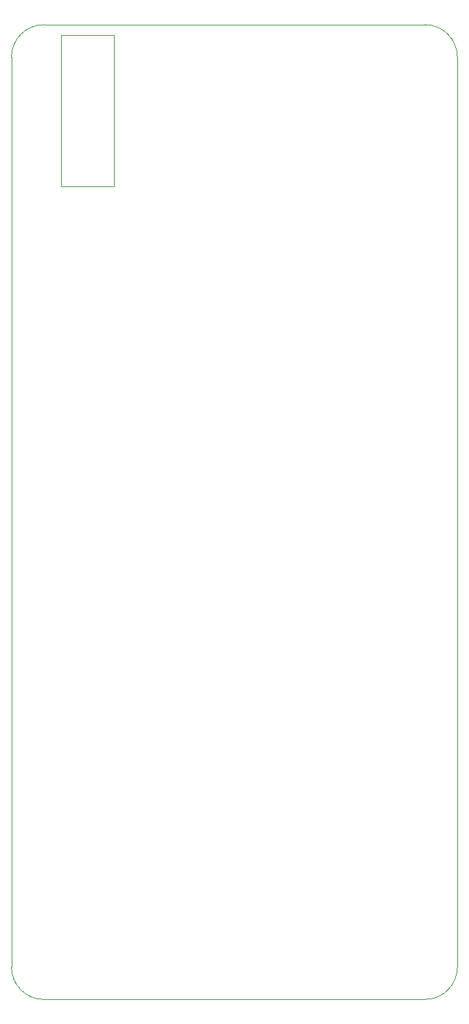
<source format=gbr>
%TF.GenerationSoftware,KiCad,Pcbnew,8.0.4*%
%TF.CreationDate,2024-09-12T18:41:14+02:00*%
%TF.ProjectId,BitForgeNano,42697446-6f72-4676-954e-616e6f2e6b69,rev?*%
%TF.SameCoordinates,Original*%
%TF.FileFunction,Profile,NP*%
%FSLAX46Y46*%
G04 Gerber Fmt 4.6, Leading zero omitted, Abs format (unit mm)*
G04 Created by KiCad (PCBNEW 8.0.4) date 2024-09-12 18:41:14*
%MOMM*%
%LPD*%
G01*
G04 APERTURE LIST*
%TA.AperFunction,Profile*%
%ADD10C,0.050000*%
%TD*%
G04 APERTURE END LIST*
D10*
X49000000Y-166000000D02*
G75*
G02*
X45000000Y-162000000I0J4000000D01*
G01*
X45000010Y-162000019D02*
X45000000Y-50000000D01*
X51100000Y-65900000D02*
X51100000Y-47250000D01*
X100000000Y-50000013D02*
X100000000Y-162000011D01*
X100000000Y-162000000D02*
G75*
G02*
X96000000Y-166000000I-4000060J60D01*
G01*
X96000003Y-46000021D02*
G75*
G02*
X99999979Y-50000021I-3J-3999979D01*
G01*
X49000000Y-46000001D02*
X96000003Y-46000021D01*
X51100000Y-47250000D02*
X57625000Y-47250000D01*
X57625000Y-47250000D02*
X57625000Y-65900000D01*
X45000000Y-50000000D02*
G75*
G02*
X49000000Y-46000000I4000000J0D01*
G01*
X57625000Y-65900000D02*
X51100000Y-65900000D01*
X96000016Y-166000001D02*
X48999997Y-166000031D01*
M02*

</source>
